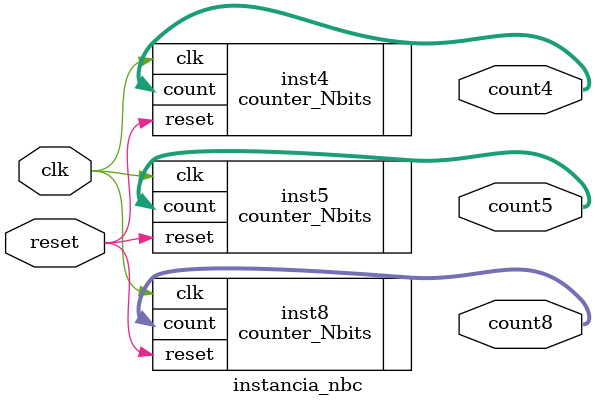
<source format=sv>
module instancia_nbc(
    input logic clk, reset,
    output logic [3:0] count4,
    output logic [4:0] count5,
    output logic [7:0] count8    
    );

    counter_Nbits #(.N(4)) inst4(
        .clk(clk), 
        .reset(reset), 
        .count(count4)
    );

    counter_Nbits #(.N(5)) inst5(
        .clk(clk), 
        .reset(reset), 
        .count(count5)
    );

    counter_Nbits #(.N(8)) inst8(
        .clk(clk), 
        .reset(reset), 
        .count(count8)
    );
endmodule
</source>
